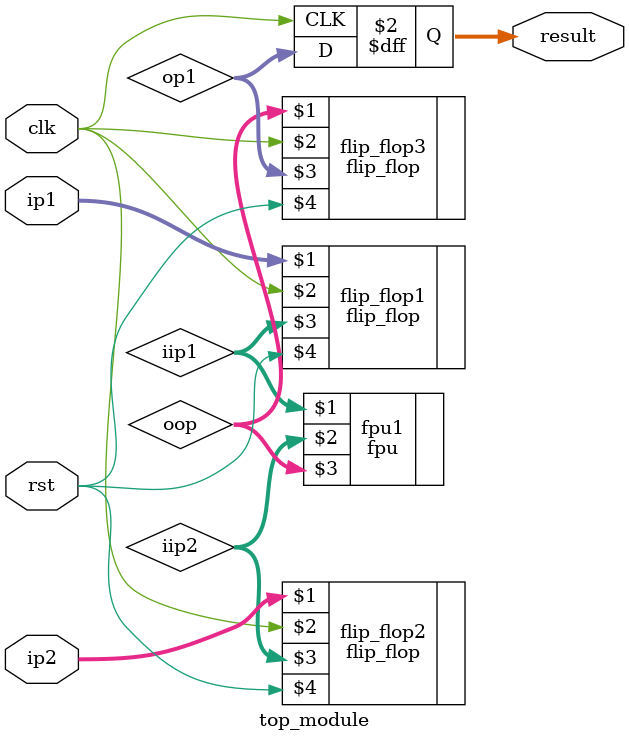
<source format=v>
module top_module(ip1,ip2,clk,rst,result);
    input [31:0]ip1;
    input [31:0]ip2;
    input clk;
    input rst;
    output reg [31:0]result; //made wns tns not NA
    
    wire [31:0] oop;
    wire [31:0] iip1;
    wire [31:0] iip2;
    wire [31:0] op1;

flip_flop flip_flop1 (ip1,clk,iip1,rst);
flip_flop flip_flop2 (ip2,clk,iip2,rst);
fpu fpu1 (iip1,iip2,oop);
flip_flop flip_flop3 (oop,clk,op1,rst);

always @ (posedge clk) begin 
    result <= op1;
end
endmodule

</source>
